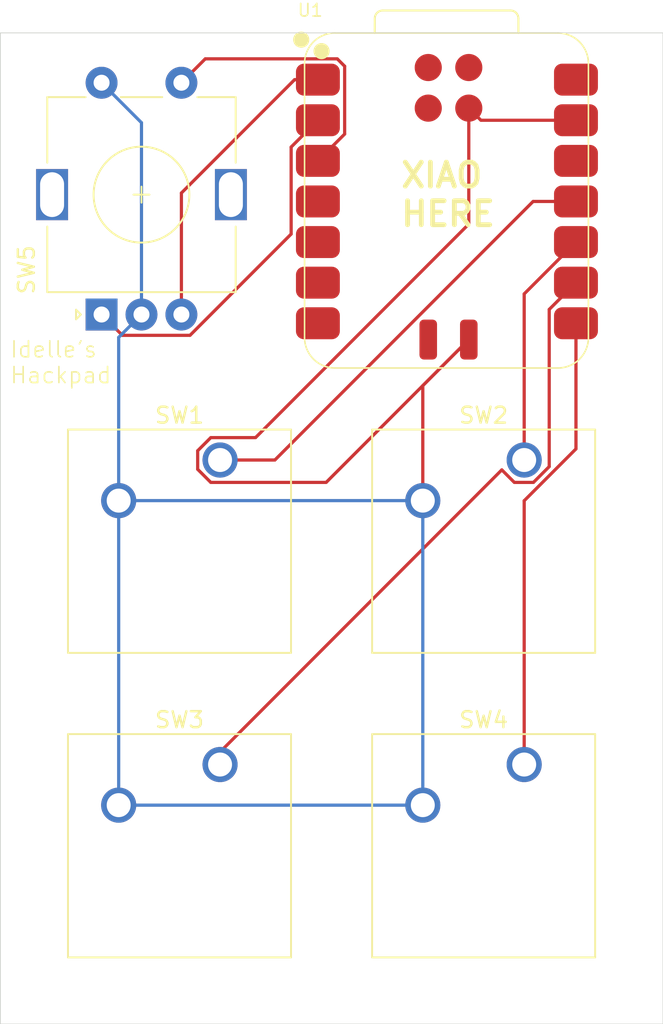
<source format=kicad_pcb>
(kicad_pcb (version 20241229) (generator "pcbnew") (generator_version "9.0")
  (layers (0 "F.Cu" signal) (2 "B.Cu" signal) (13 "F.Paste" user) (15 "B.Paste" user) (5 "F.SilkS" user "F.Silkscreen") (7 "B.SilkS" user "B.Silkscreen") (1 "F.Mask" user) (3 "B.Mask" user) (25 "Edge.Cuts" user))
  (net 0 "")
  (net 1 "/SW1")
  (net 2 "GND")
  (net 3 "/SW2")
  (net 4 "/SW3")
  (net 5 "/SW4")
  (net 6 "/A")
  (net 7 "/S1")
  (net 8 "/B")
  (footprint "Button_Switch_Keyboard:SW_Cherry_MX_1.00u_PCB" (layer "F.Cu") (at 152.55875 109.22)
    (property "Reference" "SW2" (at -2.54 -2.794 0) (layer "F.SilkS"))
    (property "Value" "SW_Push")
    (fp_line (start -9.525 -1.905) (end 4.445 -1.905) (stroke (width 0.12)) (layer "F.SilkS"))
    (fp_line (start -9.525 12.065) (end -9.525 -1.905) (stroke (width 0.12)) (layer "F.SilkS"))
    (fp_line (start 4.445 -1.905) (end 4.445 12.065) (stroke (width 0.12)) (layer "F.SilkS"))
    (fp_line (start 4.445 12.065) (end -9.525 12.065) (stroke (width 0.12)) (layer "F.SilkS"))
    (pad "" np_thru_hole circle (at -7.62 5.08) (size 1.7 1.7) (drill 1.7) (layers "*.Cu" "*.Mask"))
    (pad "" np_thru_hole circle (at -2.54 5.08) (size 4 4) (drill 4) (layers "*.Cu" "*.Mask"))
    (pad "" np_thru_hole circle (at 2.54 5.08) (size 1.7 1.7) (drill 1.7) (layers "*.Cu" "*.Mask"))
    (pad "1" thru_hole circle (at 0 0) (size 2.2 2.2) (drill 1.5) (layers "*.Cu" "*.Mask") (net 3 "/SW2"))
    (pad "2" thru_hole circle (at -6.35 2.54) (size 2.2 2.2) (drill 1.5) (layers "*.Cu" "*.Mask") (net 2 "GND"))
  )
  (footprint "Button_Switch_Keyboard:SW_Cherry_MX_1.00u_PCB" (layer "F.Cu") (at 133.50875 128.27)
    (property "Reference" "SW3" (at -2.54 -2.794 0) (layer "F.SilkS"))
    (property "Value" "SW_Push")
    (fp_line (start -9.525 -1.905) (end 4.445 -1.905) (stroke (width 0.12)) (layer "F.SilkS"))
    (fp_line (start -9.525 12.065) (end -9.525 -1.905) (stroke (width 0.12)) (layer "F.SilkS"))
    (fp_line (start 4.445 -1.905) (end 4.445 12.065) (stroke (width 0.12)) (layer "F.SilkS"))
    (fp_line (start 4.445 12.065) (end -9.525 12.065) (stroke (width 0.12)) (layer "F.SilkS"))
    (pad "" np_thru_hole circle (at -7.62 5.08) (size 1.7 1.7) (drill 1.7) (layers "*.Cu" "*.Mask"))
    (pad "" np_thru_hole circle (at -2.54 5.08) (size 4 4) (drill 4) (layers "*.Cu" "*.Mask"))
    (pad "" np_thru_hole circle (at 2.54 5.08) (size 1.7 1.7) (drill 1.7) (layers "*.Cu" "*.Mask"))
    (pad "1" thru_hole circle (at 0 0) (size 2.2 2.2) (drill 1.5) (layers "*.Cu" "*.Mask") (net 4 "/SW3"))
    (pad "2" thru_hole circle (at -6.35 2.54) (size 2.2 2.2) (drill 1.5) (layers "*.Cu" "*.Mask") (net 2 "GND"))
  )
  (footprint "Button_Switch_Keyboard:SW_Cherry_MX_1.00u_PCB" (layer "F.Cu") (at 133.50875 109.22)
    (property "Reference" "SW1" (at -2.54 -2.794 0) (layer "F.SilkS"))
    (property "Value" "SW_Push")
    (fp_line (start -9.525 -1.905) (end 4.445 -1.905) (stroke (width 0.12)) (layer "F.SilkS"))
    (fp_line (start -9.525 12.065) (end -9.525 -1.905) (stroke (width 0.12)) (layer "F.SilkS"))
    (fp_line (start 4.445 -1.905) (end 4.445 12.065) (stroke (width 0.12)) (layer "F.SilkS"))
    (fp_line (start 4.445 12.065) (end -9.525 12.065) (stroke (width 0.12)) (layer "F.SilkS"))
    (pad "" np_thru_hole circle (at -7.62 5.08) (size 1.7 1.7) (drill 1.7) (layers "*.Cu" "*.Mask"))
    (pad "" np_thru_hole circle (at -2.54 5.08) (size 4 4) (drill 4) (layers "*.Cu" "*.Mask"))
    (pad "" np_thru_hole circle (at 2.54 5.08) (size 1.7 1.7) (drill 1.7) (layers "*.Cu" "*.Mask"))
    (pad "1" thru_hole circle (at 0 0) (size 2.2 2.2) (drill 1.5) (layers "*.Cu" "*.Mask") (net 1 "/SW1"))
    (pad "2" thru_hole circle (at -6.35 2.54) (size 2.2 2.2) (drill 1.5) (layers "*.Cu" "*.Mask") (net 2 "GND"))
  )
  (footprint "Button_Switch_Keyboard:SW_Cherry_MX_1.00u_PCB" (layer "F.Cu") (at 152.55875 128.27)
    (property "Reference" "SW4" (at -2.54 -2.794 0) (layer "F.SilkS"))
    (property "Value" "SW_Push")
    (fp_line (start -9.525 -1.905) (end 4.445 -1.905) (stroke (width 0.12)) (layer "F.SilkS"))
    (fp_line (start -9.525 12.065) (end -9.525 -1.905) (stroke (width 0.12)) (layer "F.SilkS"))
    (fp_line (start 4.445 -1.905) (end 4.445 12.065) (stroke (width 0.12)) (layer "F.SilkS"))
    (fp_line (start 4.445 12.065) (end -9.525 12.065) (stroke (width 0.12)) (layer "F.SilkS"))
    (pad "" np_thru_hole circle (at -7.62 5.08) (size 1.7 1.7) (drill 1.7) (layers "*.Cu" "*.Mask"))
    (pad "" np_thru_hole circle (at -2.54 5.08) (size 4 4) (drill 4) (layers "*.Cu" "*.Mask"))
    (pad "" np_thru_hole circle (at 2.54 5.08) (size 1.7 1.7) (drill 1.7) (layers "*.Cu" "*.Mask"))
    (pad "1" thru_hole circle (at 0 0) (size 2.2 2.2) (drill 1.5) (layers "*.Cu" "*.Mask") (net 5 "/SW4"))
    (pad "2" thru_hole circle (at -6.35 2.54) (size 2.2 2.2) (drill 1.5) (layers "*.Cu" "*.Mask") (net 2 "GND"))
  )
  (footprint "XIAO?:XIAO-RP2040-SMD (1)" (layer "F.Cu") (at 147.6375 93.0455)
    (property "Reference" "U1" (at -9.335 -11.5 0) (layer "F.SilkS") (effects (font (size 0.78232 0.78232) (thickness 0.10668)) (justify left bottom)))
    (property "Value" "XIAO-RP2040-SMD")
    (fp_line (start -8.835 8.513) (end -8.835 -8.632) (stroke (width 0.1)) (layer "F.SilkS"))
    (fp_line (start -6.93 10.418) (end 7.04 10.418) (stroke (width 0.1)) (layer "F.SilkS"))
    (fp_line (start -4.44 -10.537) (end -4.436272 -11.447272) (stroke (width 0.127)) (layer "F.SilkS"))
    (fp_line (start -3.936272 -11.947) (end 4.059 -11.947) (stroke (width 0.127)) (layer "F.SilkS"))
    (fp_line (start 4.559 -11.447) (end 4.559 -10.537) (stroke (width 0.127)) (layer "F.SilkS"))
    (fp_line (start 7.04 -10.537) (end -6.93 -10.537) (stroke (width 0.1)) (layer "F.SilkS"))
    (fp_line (start 8.945 8.513) (end 8.945 -8.632) (stroke (width 0.1)) (layer "F.SilkS"))
    (fp_arc (start -8.835 -8.636) (mid -8.277038 -9.983038) (end -6.93 -10.541) (stroke (width 0.1)) (layer "F.SilkS"))
    (fp_arc (start -6.93 10.418) (mid -8.277038 9.860038) (end -8.835 8.513) (stroke (width 0.1)) (layer "F.SilkS"))
    (fp_arc (start -4.436272 -11.447272) (mid -4.289724 -11.800644) (end -3.936272 -11.947) (stroke (width 0.127)) (layer "F.SilkS"))
    (fp_arc (start 4.059 -11.947) (mid 4.412553 -11.800553) (end 4.559 -11.447) (stroke (width 0.127)) (layer "F.SilkS"))
    (fp_arc (start 7.04 -10.537) (mid 8.387038 -9.979038) (end 8.945 -8.632) (stroke (width 0.1)) (layer "F.SilkS"))
    (fp_arc (start 8.945 8.513) (mid 8.387038 9.860038) (end 7.04 10.418) (stroke (width 0.1)) (layer "F.SilkS"))
    (fp_circle (center -9.045 -10.121) (end -9.045 -10.375) (stroke (width 0.5)) (fill yes) (layer "F.SilkS"))
    (fp_circle (center -7.771 -9.404) (end -7.771 -9.658) (stroke (width 0.5)) (fill yes) (layer "F.SilkS"))
    (pad "1" smd roundrect (at -8 -7.62) (size 2.75 2) (layers "F.Cu" "F.Mask" "F.Paste") (net 8 "/B"))
    (pad "2" smd roundrect (at -8 -5.08) (size 2.75 2) (layers "F.Cu" "F.Mask" "F.Paste") (net 6 "/A"))
    (pad "3" smd roundrect (at -8 -2.54) (size 2.75 2) (layers "F.Cu" "F.Mask" "F.Paste") (net 7 "/S1"))
    (pad "4" smd roundrect (at -8 0) (size 2.75 2) (layers "F.Cu" "F.Mask" "F.Paste"))
    (pad "5" smd roundrect (at -8 2.54) (size 2.75 2) (layers "F.Cu" "F.Mask" "F.Paste"))
    (pad "6" smd roundrect (at -8 5.08) (size 2.75 2) (layers "F.Cu" "F.Mask" "F.Paste"))
    (pad "7" smd roundrect (at -8 7.62) (size 2.75 2) (layers "F.Cu" "F.Mask" "F.Paste"))
    (pad "8" smd roundrect (at 8.165 7.62) (size 2.75 2) (layers "F.Cu" "F.Mask" "F.Paste") (net 5 "/SW4"))
    (pad "9" smd roundrect (at 8.165 5.08) (size 2.75 2) (layers "F.Cu" "F.Mask" "F.Paste") (net 4 "/SW3"))
    (pad "10" smd roundrect (at 8.165 2.54) (size 2.75 2) (layers "F.Cu" "F.Mask" "F.Paste") (net 3 "/SW2"))
    (pad "11" smd roundrect (at 8.165 0) (size 2.75 2) (layers "F.Cu" "F.Mask" "F.Paste") (net 1 "/SW1"))
    (pad "12" smd roundrect (at 8.165 -2.54) (size 2.75 2) (layers "F.Cu" "F.Mask" "F.Paste"))
    (pad "13" smd roundrect (at 8.165 -5.08) (size 2.75 2) (layers "F.Cu" "F.Mask" "F.Paste") (net 2 "GND"))
    (pad "14" smd roundrect (at 8.165 -7.62) (size 2.75 2) (layers "F.Cu" "F.Mask" "F.Paste"))
    (pad "15" smd roundrect (at -1.088 8.64 270) (size 2.5 1.1) (layers "F.Cu" "F.Mask" "F.Paste"))
    (pad "16" smd roundrect (at 1.452 8.64 270) (size 2.5 1.1) (layers "F.Cu" "F.Mask" "F.Paste") (net 2 "GND"))
    (pad "17" smd circle (at -1.088 -8.378) (size 1.7 1.7) (layers "F.Cu" "F.Mask" "F.Paste"))
    (pad "18" smd circle (at 1.452 -8.378) (size 1.7 1.7) (layers "F.Cu" "F.Mask" "F.Paste"))
    (pad "19" smd circle (at -1.088 -5.838) (size 1.7 1.7) (layers "F.Cu" "F.Mask" "F.Paste"))
    (pad "20" smd circle (at 1.452 -5.838) (size 1.7 1.7) (layers "F.Cu" "F.Mask" "F.Paste") (net 2 "GND"))
  )
  (footprint "Rotary_Encoder:RotaryEncoder_Alps_EC11E-Switch_Vertical_H20mm" (layer "F.Cu") (at 126.0875 100.11875 90)
    (property "Reference" "SW5" (at 2.8 -4.7 90) (layer "F.SilkS"))
    (property "Value" "RotaryEncoder_Switch")
    (fp_line (start 13.6 -3.4) (end 13.6 -1) (stroke (width 0.12)) (layer "F.SilkS"))
    (fp_line (start 9.5 -3.4) (end 13.6 -3.4) (stroke (width 0.12)) (layer "F.SilkS"))
    (fp_line (start 5.5 -3.4) (end 1.4 -3.4) (stroke (width 0.12)) (layer "F.SilkS"))
    (fp_line (start 1.4 -3.4) (end 1.4 8.4) (stroke (width 0.12)) (layer "F.SilkS"))
    (fp_line (start 0.3 -1.6) (end 0 -1.3) (stroke (width 0.12)) (layer "F.SilkS"))
    (fp_line (start -0.3 -1.6) (end 0.3 -1.6) (stroke (width 0.12)) (layer "F.SilkS"))
    (fp_line (start 0 -1.3) (end -0.3 -1.6) (stroke (width 0.12)) (layer "F.SilkS"))
    (fp_line (start 13.6 1.2) (end 13.6 3.8) (stroke (width 0.12)) (layer "F.SilkS"))
    (fp_line (start 7.5 2) (end 7.5 3) (stroke (width 0.12)) (layer "F.SilkS"))
    (fp_line (start 7 2.5) (end 8 2.5) (stroke (width 0.12)) (layer "F.SilkS"))
    (fp_line (start 13.6 6) (end 13.6 8.4) (stroke (width 0.12)) (layer "F.SilkS"))
    (fp_line (start 13.6 8.4) (end 9.5 8.4) (stroke (width 0.12)) (layer "F.SilkS"))
    (fp_line (start 5.5 8.4) (end 1.4 8.4) (stroke (width 0.12)) (layer "F.SilkS"))
    (fp_circle (center 7.5 2.5) (end 10.5 2.5) (stroke (width 0.12)) (fill no) (layer "F.SilkS"))
    (pad "A" thru_hole rect (at 0 0 90) (size 2 2) (drill 1) (layers "*.Cu" "*.Mask") (net 6 "/A"))
    (pad "B" thru_hole circle (at 0 5 90) (size 2 2) (drill 1) (layers "*.Cu" "*.Mask") (net 8 "/B"))
    (pad "C" thru_hole circle (at 0 2.5 90) (size 2 2) (drill 1) (layers "*.Cu" "*.Mask") (net 2 "GND"))
    (pad "MP" thru_hole rect (at 7.5 -3.1 90) (size 3.2 2) (drill oval 2.8 1.5) (layers "*.Cu" "*.Mask"))
    (pad "MP" thru_hole rect (at 7.5 8.1 90) (size 3.2 2) (drill oval 2.8 1.5) (layers "*.Cu" "*.Mask"))
    (pad "S1" thru_hole circle (at 14.5 5 90) (size 2 2) (drill 1) (layers "*.Cu" "*.Mask") (net 7 "/S1"))
    (pad "S2" thru_hole circle (at 14.5 0 90) (size 2 2) (drill 1) (layers "*.Cu" "*.Mask") (net 2 "GND"))
  )
  (gr_rect (start 119.75 82.5) (end 161.25 144.5) (stroke (width 0.05)) (fill no) (layer "Edge.Cuts"))
  (gr_text "Idelle's \nHackpad" (at 120.3 104.5 0) (layer "F.SilkS") (effects (font (size 1 1) (thickness 0.1)) (justify left bottom)))
  (gr_text "XIAO \nHERE" (at 144.7 94.7 0) (layer "F.SilkS") (effects (font (size 1.5 1.5) (thickness 0.3) (bold yes)) (justify left bottom)))
  (segment (start 136.942794 109.22) (end 153.117294 93.0455) (width 0.2) (layer "F.Cu") (net 1))
  (segment (start 133.50875 109.22) (end 136.942794 109.22) (width 0.2) (layer "F.Cu") (net 1))
  (segment (start 153.117294 93.0455) (end 155.8025 93.0455) (width 0.2) (layer "F.Cu") (net 1))
  (segment (start 149.0895 94.459936) (end 135.730436 107.819) (width 0.2) (layer "F.Cu") (net 2))
  (segment (start 146.20875 104.56625) (end 149.0895 101.6855) (width 0.2) (layer "F.Cu") (net 2))
  (segment (start 149.8475 87.9655) (end 149.0895 87.2075) (width 0.2) (layer "F.Cu") (net 2))
  (segment (start 146.20875 111.76) (end 146.20875 104.56625) (width 0.2) (layer "F.Cu") (net 2))
  (segment (start 140.154 110.621) (end 149.0895 101.6855) (width 0.2) (layer "F.Cu") (net 2))
  (segment (start 132.928436 107.819) (end 132.10775 108.639686) (width 0.2) (layer "F.Cu") (net 2))
  (segment (start 132.928436 110.621) (end 140.154 110.621) (width 0.2) (layer "F.Cu") (net 2))
  (segment (start 135.730436 107.819) (end 132.928436 107.819) (width 0.2) (layer "F.Cu") (net 2))
  (segment (start 132.10775 108.639686) (end 132.10775 109.800314) (width 0.2) (layer "F.Cu") (net 2))
  (segment (start 132.10775 109.800314) (end 132.928436 110.621) (width 0.2) (layer "F.Cu") (net 2))
  (segment (start 149.0895 87.2075) (end 149.0895 94.459936) (width 0.2) (layer "F.Cu") (net 2))
  (segment (start 155.8025 87.9655) (end 149.8475 87.9655) (width 0.2) (layer "F.Cu") (net 2))
  (segment (start 128.5875 88.11875) (end 128.5875 100.11875) (width 0.2) (layer "B.Cu") (net 2))
  (segment (start 127.15875 111.76) (end 127.15875 101.5475) (width 0.2) (layer "B.Cu") (net 2))
  (segment (start 127.15875 111.76) (end 127.15875 130.81) (width 0.2) (layer "B.Cu") (net 2))
  (segment (start 126.0875 85.61875) (end 128.5875 88.11875) (width 0.2) (layer "B.Cu") (net 2))
  (segment (start 127.15875 130.81) (end 146.20875 130.81) (width 0.2) (layer "B.Cu") (net 2))
  (segment (start 146.20875 130.81) (end 146.20875 111.76) (width 0.2) (layer "B.Cu") (net 2))
  (segment (start 146.20875 111.76) (end 127.15875 111.76) (width 0.2) (layer "B.Cu") (net 2))
  (segment (start 127.15875 101.5475) (end 128.5875 100.11875) (width 0.2) (layer "B.Cu") (net 2))
  (segment (start 152.55875 109.22) (end 152.68 109.22) (width 0.2) (layer "F.Cu") (net 3))
  (segment (start 152.68 109.22) (end 152.7 109.2) (width 0.2) (layer "F.Cu") (net 3))
  (segment (start 152.55875 109.22) (end 152.55875 98.82925) (width 0.2) (layer "F.Cu") (net 3))
  (segment (start 152.57875 109.2) (end 152.7 109.2) (width 0.2) (layer "F.Cu") (net 3))
  (segment (start 152.7 109.2) (end 153.1 109.2) (width 0.2) (layer "F.Cu") (net 3))
  (segment (start 152.55875 98.82925) (end 155.8025 95.5855) (width 0.2) (layer "F.Cu") (net 3))
  (segment (start 153.139064 110.621) (end 154.1265 109.633564) (width 0.2) (layer "F.Cu") (net 4))
  (segment (start 154.1265 99.8015) (end 155.8025 98.1255) (width 0.2) (layer "F.Cu") (net 4))
  (segment (start 133.50875 127.485184) (end 151.15775 109.836184) (width 0.2) (layer "F.Cu") (net 4))
  (segment (start 151.15775 109.836184) (end 151.942566 110.621) (width 0.2) (layer "F.Cu") (net 4))
  (segment (start 133.50875 128.27) (end 133.50875 127.485184) (width 0.2) (layer "F.Cu") (net 4))
  (segment (start 154.1265 109.633564) (end 154.1265 99.8015) (width 0.2) (layer "F.Cu") (net 4))
  (segment (start 151.942566 110.621) (end 153.139064 110.621) (width 0.2) (layer "F.Cu") (net 4))
  (segment (start 156.2 100.3) (end 155.8345 100.6655) (width 0.2) (layer "F.Cu") (net 5))
  (segment (start 155.8025 108.524664) (end 155.8025 100.6655) (width 0.2) (layer "F.Cu") (net 5))
  (segment (start 155.8345 100.6655) (end 155.8025 100.6655) (width 0.2) (layer "F.Cu") (net 5))
  (segment (start 156.3 101.163) (end 155.8025 100.6655) (width 0.2) (layer "F.Cu") (net 5))
  (segment (start 152.55875 111.768414) (end 155.8025 108.524664) (width 0.2) (layer "F.Cu") (net 5))
  (segment (start 152.55875 128.27) (end 152.55875 111.768414) (width 0.2) (layer "F.Cu") (net 5))
  (segment (start 155.737 100.6) (end 155.8025 100.6655) (width 0.2) (layer "F.Cu") (net 5))
  (segment (start 155.737 100.6) (end 155.7 100.6) (width 0.2) (layer "F.Cu") (net 5))
  (segment (start 152.55875 128.27) (end 152.55875 129.05875) (width 0.2) (layer "B.Cu") (net 5))
  (segment (start 126.0875 100.11875) (end 127.3885 101.41975) (width 0.2) (layer "F.Cu") (net 6))
  (segment (start 137.9615 95.084642) (end 137.9615 89.6415) (width 0.2) (layer "F.Cu") (net 6))
  (segment (start 137.9615 89.6415) (end 139.6375 87.9655) (width 0.2) (layer "F.Cu") (net 6))
  (segment (start 127.3885 101.41975) (end 131.626392 101.41975) (width 0.2) (layer "F.Cu") (net 6))
  (segment (start 131.626392 101.41975) (end 137.9615 95.084642) (width 0.2) (layer "F.Cu") (net 6))
  (segment (start 140.851558 84.1245) (end 141.3135 84.586442) (width 0.2) (layer "F.Cu") (net 7))
  (segment (start 131.0875 85.61875) (end 132.58175 84.1245) (width 0.2) (layer "F.Cu") (net 7))
  (segment (start 141.3135 88.8295) (end 139.6375 90.5055) (width 0.2) (layer "F.Cu") (net 7))
  (segment (start 141.3135 84.586442) (end 141.3135 88.8295) (width 0.2) (layer "F.Cu") (net 7))
  (segment (start 132.58175 84.1245) (end 140.851558 84.1245) (width 0.2) (layer "F.Cu") (net 7))
  (segment (start 138.17875 85.4255) (end 139.6375 85.4255) (width 0.2) (layer "F.Cu") (net 8))
  (segment (start 131.0875 92.51675) (end 138.17875 85.4255) (width 0.2) (layer "F.Cu") (net 8))
  (segment (start 131.0875 100.11875) (end 131.0875 92.51675) (width 0.2) (layer "F.Cu") (net 8))
)
</source>
